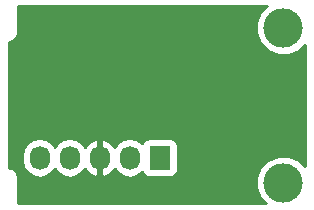
<source format=gbl>
G04 #@! TF.FileFunction,Copper,L2,Bot,Signal*
%FSLAX46Y46*%
G04 Gerber Fmt 4.6, Leading zero omitted, Abs format (unit mm)*
G04 Created by KiCad (PCBNEW 0.201509081510+6169~29~ubuntu14.04.1-product) date 2015-09-09T21:48:53 CEST*
%MOMM*%
G01*
G04 APERTURE LIST*
%ADD10C,0.100000*%
%ADD11R,1.727200X2.032000*%
%ADD12O,1.727200X2.032000*%
%ADD13C,3.327400*%
%ADD14C,0.600000*%
%ADD15C,0.250000*%
%ADD16C,0.254000*%
G04 APERTURE END LIST*
D10*
D11*
X95373697Y-71031277D03*
D12*
X92833697Y-71031277D03*
X90293697Y-71031277D03*
X87753697Y-71031277D03*
X85213697Y-71031277D03*
D13*
X105851197Y-60020377D03*
X105851197Y-73152177D03*
D14*
X83753197Y-59886591D03*
X90932000Y-64897000D03*
X92770197Y-66967277D03*
X83753197Y-74587277D03*
X101660197Y-74587277D03*
X105724197Y-70015277D03*
X105724197Y-63030277D03*
X101660197Y-58458277D03*
X83753197Y-58458277D03*
X86420197Y-68999277D03*
D15*
X101660197Y-74587277D02*
X83753197Y-74587277D01*
X105724197Y-63030277D02*
X105724197Y-70015277D01*
D16*
G36*
X103903590Y-58716568D02*
X103552897Y-59561131D01*
X103552099Y-60475611D01*
X103901318Y-61320785D01*
X104547388Y-61967984D01*
X105391951Y-62318677D01*
X106306431Y-62319475D01*
X107151605Y-61970256D01*
X107673000Y-61449771D01*
X107673000Y-71723469D01*
X107155006Y-71204570D01*
X106310443Y-70853877D01*
X105395963Y-70853079D01*
X104550789Y-71202298D01*
X103903590Y-71848368D01*
X103552897Y-72692931D01*
X103552099Y-73607411D01*
X103901318Y-74452585D01*
X104354940Y-74907000D01*
X83335000Y-74907000D01*
X83335000Y-72644000D01*
X83275245Y-72343594D01*
X83105079Y-72088921D01*
X82850406Y-71918755D01*
X82613500Y-71871631D01*
X82613500Y-70846532D01*
X83715097Y-70846532D01*
X83715097Y-71216022D01*
X83829171Y-71789511D01*
X84154027Y-72275692D01*
X84640208Y-72600548D01*
X85213697Y-72714622D01*
X85787186Y-72600548D01*
X86273367Y-72275692D01*
X86483697Y-71960911D01*
X86694027Y-72275692D01*
X87180208Y-72600548D01*
X87753697Y-72714622D01*
X88327186Y-72600548D01*
X88813367Y-72275692D01*
X89020158Y-71966208D01*
X89391661Y-72382009D01*
X89918906Y-72635986D01*
X89934671Y-72638635D01*
X90166697Y-72517494D01*
X90166697Y-71158277D01*
X90146697Y-71158277D01*
X90146697Y-70904277D01*
X90166697Y-70904277D01*
X90166697Y-69545060D01*
X90420697Y-69545060D01*
X90420697Y-70904277D01*
X90440697Y-70904277D01*
X90440697Y-71158277D01*
X90420697Y-71158277D01*
X90420697Y-72517494D01*
X90652723Y-72638635D01*
X90668488Y-72635986D01*
X91195733Y-72382009D01*
X91567236Y-71966208D01*
X91774027Y-72275692D01*
X92260208Y-72600548D01*
X92833697Y-72714622D01*
X93407186Y-72600548D01*
X93893367Y-72275692D01*
X93902940Y-72261364D01*
X93906935Y-72282594D01*
X94046007Y-72498718D01*
X94258207Y-72643708D01*
X94510097Y-72694717D01*
X96237297Y-72694717D01*
X96472614Y-72650439D01*
X96688738Y-72511367D01*
X96833728Y-72299167D01*
X96884737Y-72047277D01*
X96884737Y-70015277D01*
X96840459Y-69779960D01*
X96701387Y-69563836D01*
X96489187Y-69418846D01*
X96237297Y-69367837D01*
X94510097Y-69367837D01*
X94274780Y-69412115D01*
X94058656Y-69551187D01*
X93913666Y-69763387D01*
X93905297Y-69804716D01*
X93893367Y-69786862D01*
X93407186Y-69462006D01*
X92833697Y-69347932D01*
X92260208Y-69462006D01*
X91774027Y-69786862D01*
X91567236Y-70096346D01*
X91195733Y-69680545D01*
X90668488Y-69426568D01*
X90652723Y-69423919D01*
X90420697Y-69545060D01*
X90166697Y-69545060D01*
X89934671Y-69423919D01*
X89918906Y-69426568D01*
X89391661Y-69680545D01*
X89020158Y-70096346D01*
X88813367Y-69786862D01*
X88327186Y-69462006D01*
X87753697Y-69347932D01*
X87180208Y-69462006D01*
X86694027Y-69786862D01*
X86483697Y-70101643D01*
X86273367Y-69786862D01*
X85787186Y-69462006D01*
X85213697Y-69347932D01*
X84640208Y-69462006D01*
X84154027Y-69786862D01*
X83829171Y-70273043D01*
X83715097Y-70846532D01*
X82613500Y-70846532D01*
X82613500Y-61224369D01*
X82850406Y-61177245D01*
X83105079Y-61007079D01*
X83275245Y-60752406D01*
X83335000Y-60452000D01*
X83335000Y-58189000D01*
X104432080Y-58189000D01*
X103903590Y-58716568D01*
X103903590Y-58716568D01*
G37*
X103903590Y-58716568D02*
X103552897Y-59561131D01*
X103552099Y-60475611D01*
X103901318Y-61320785D01*
X104547388Y-61967984D01*
X105391951Y-62318677D01*
X106306431Y-62319475D01*
X107151605Y-61970256D01*
X107673000Y-61449771D01*
X107673000Y-71723469D01*
X107155006Y-71204570D01*
X106310443Y-70853877D01*
X105395963Y-70853079D01*
X104550789Y-71202298D01*
X103903590Y-71848368D01*
X103552897Y-72692931D01*
X103552099Y-73607411D01*
X103901318Y-74452585D01*
X104354940Y-74907000D01*
X83335000Y-74907000D01*
X83335000Y-72644000D01*
X83275245Y-72343594D01*
X83105079Y-72088921D01*
X82850406Y-71918755D01*
X82613500Y-71871631D01*
X82613500Y-70846532D01*
X83715097Y-70846532D01*
X83715097Y-71216022D01*
X83829171Y-71789511D01*
X84154027Y-72275692D01*
X84640208Y-72600548D01*
X85213697Y-72714622D01*
X85787186Y-72600548D01*
X86273367Y-72275692D01*
X86483697Y-71960911D01*
X86694027Y-72275692D01*
X87180208Y-72600548D01*
X87753697Y-72714622D01*
X88327186Y-72600548D01*
X88813367Y-72275692D01*
X89020158Y-71966208D01*
X89391661Y-72382009D01*
X89918906Y-72635986D01*
X89934671Y-72638635D01*
X90166697Y-72517494D01*
X90166697Y-71158277D01*
X90146697Y-71158277D01*
X90146697Y-70904277D01*
X90166697Y-70904277D01*
X90166697Y-69545060D01*
X90420697Y-69545060D01*
X90420697Y-70904277D01*
X90440697Y-70904277D01*
X90440697Y-71158277D01*
X90420697Y-71158277D01*
X90420697Y-72517494D01*
X90652723Y-72638635D01*
X90668488Y-72635986D01*
X91195733Y-72382009D01*
X91567236Y-71966208D01*
X91774027Y-72275692D01*
X92260208Y-72600548D01*
X92833697Y-72714622D01*
X93407186Y-72600548D01*
X93893367Y-72275692D01*
X93902940Y-72261364D01*
X93906935Y-72282594D01*
X94046007Y-72498718D01*
X94258207Y-72643708D01*
X94510097Y-72694717D01*
X96237297Y-72694717D01*
X96472614Y-72650439D01*
X96688738Y-72511367D01*
X96833728Y-72299167D01*
X96884737Y-72047277D01*
X96884737Y-70015277D01*
X96840459Y-69779960D01*
X96701387Y-69563836D01*
X96489187Y-69418846D01*
X96237297Y-69367837D01*
X94510097Y-69367837D01*
X94274780Y-69412115D01*
X94058656Y-69551187D01*
X93913666Y-69763387D01*
X93905297Y-69804716D01*
X93893367Y-69786862D01*
X93407186Y-69462006D01*
X92833697Y-69347932D01*
X92260208Y-69462006D01*
X91774027Y-69786862D01*
X91567236Y-70096346D01*
X91195733Y-69680545D01*
X90668488Y-69426568D01*
X90652723Y-69423919D01*
X90420697Y-69545060D01*
X90166697Y-69545060D01*
X89934671Y-69423919D01*
X89918906Y-69426568D01*
X89391661Y-69680545D01*
X89020158Y-70096346D01*
X88813367Y-69786862D01*
X88327186Y-69462006D01*
X87753697Y-69347932D01*
X87180208Y-69462006D01*
X86694027Y-69786862D01*
X86483697Y-70101643D01*
X86273367Y-69786862D01*
X85787186Y-69462006D01*
X85213697Y-69347932D01*
X84640208Y-69462006D01*
X84154027Y-69786862D01*
X83829171Y-70273043D01*
X83715097Y-70846532D01*
X82613500Y-70846532D01*
X82613500Y-61224369D01*
X82850406Y-61177245D01*
X83105079Y-61007079D01*
X83275245Y-60752406D01*
X83335000Y-60452000D01*
X83335000Y-58189000D01*
X104432080Y-58189000D01*
X103903590Y-58716568D01*
M02*

</source>
